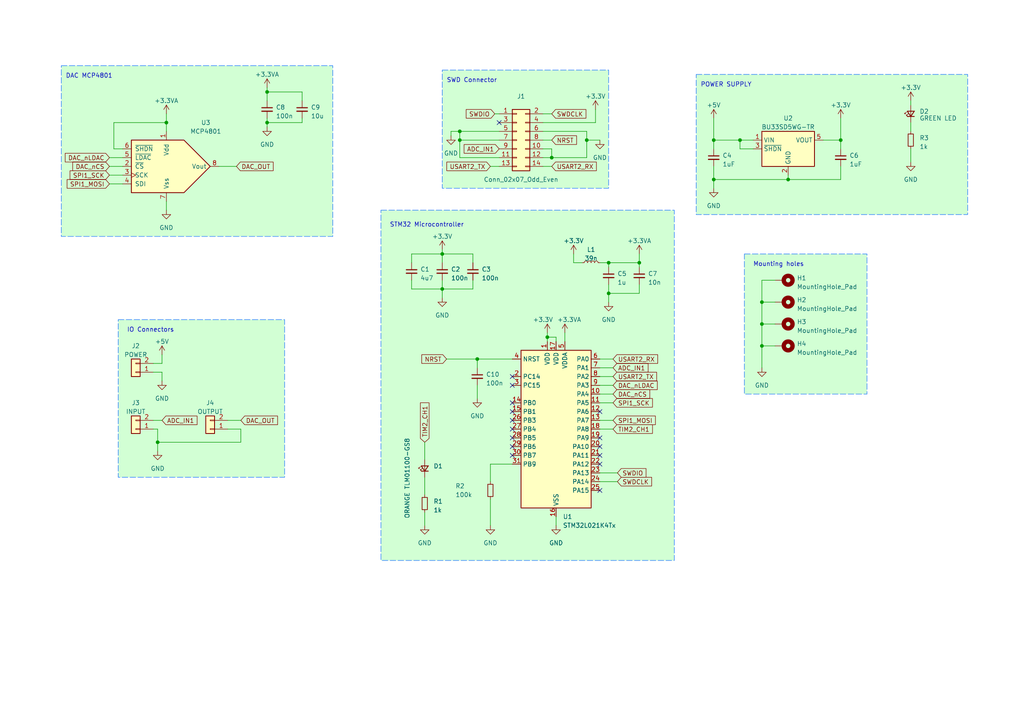
<source format=kicad_sch>
(kicad_sch (version 20230121) (generator eeschema)
  (paper "A4")
  (lib_symbols
    (symbol "Analog_DAC:MCP4801" (pin_names (offset 1.016))
      (property "Reference" "U" (at 1.27 10.795 0))
      (property "Value" "MCP4801" (at 1.27 8.89 0))
      (symbol "MCP4801_0_0"
        (polyline (pts (xy 12.7 0) (xy 5.08 7.62) (xy -10.16 7.62) (xy -10.16 -7.62) (xy 5.08 -7.62) (xy 12.7 0)) (stroke (width 0.254)) (fill (type background)))
      )
      (symbol "MCP4801_1_1"
        (pin power_in line (at 0 10.16 270) (length 2.54) (name "Vdd") (number "1"))
        (pin input line (at -12.7 0 0) (length 2.54) (name "~{CS}") (number "2"))
        (pin input clock (at -12.7 -2.54 0) (length 2.54) (name "SCK") (number "3"))
        (pin input line (at -12.7 -5.08 0) (length 2.54) (name "SDI") (number "4"))
        (pin input line (at -12.7 2.54 0) (length 2.54) (name "~{LDAC}") (number "5"))
        (pin input line (at -12.7 5.08 0) (length 2.54) (name "~{SHDN}") (number "6"))
        (pin power_in line (at 0 -10.16 90) (length 2.54) (name "Vss") (number "7"))
        (pin output line (at 15.24 0 180) (length 2.54) (name "Vout") (number "8"))
      )
    )
    (symbol "Connector_Generic:Conn_01x02" (pin_names (offset 1.016) hide)
      (property "Reference" "J" (at 0 2.54 0))
      (property "Value" "Conn_01x02" (at 0 -5.08 0))
      (symbol "Conn_01x02_1_1"
        (rectangle (start -1.27 -2.413) (end 0 -2.667) (stroke (width 0.1524)))
        (rectangle (start -1.27 0.127) (end 0 -0.127) (stroke (width 0.1524)))
        (rectangle (start -1.27 1.27) (end 1.27 -3.81) (stroke (width 0.254)) (fill (type background)))
        (pin passive line (at -5.08 0 0) (length 3.81) (name "Pin_1") (number "1"))
        (pin passive line (at -5.08 -2.54 0) (length 3.81) (name "Pin_2") (number "2"))
      )
    )
    (symbol "Connector_Generic:Conn_02x07_Odd_Even" (pin_names (offset 1.016) hide)
      (property "Reference" "J" (at 1.27 10.16 0))
      (property "Value" "Conn_02x07_Odd_Even" (at 1.27 -10.16 0))
      (symbol "Conn_02x07_Odd_Even_1_1"
        (rectangle (start -1.27 -7.493) (end 0 -7.747) (stroke (width 0.1524)))
        (rectangle (start -1.27 -4.953) (end 0 -5.207) (stroke (width 0.1524)))
        (rectangle (start -1.27 -2.413) (end 0 -2.667) (stroke (width 0.1524)))
        (rectangle (start -1.27 0.127) (end 0 -0.127) (stroke (width 0.1524)))
        (rectangle (start -1.27 2.667) (end 0 2.413) (stroke (width 0.1524)))
        (rectangle (start -1.27 5.207) (end 0 4.953) (stroke (width 0.1524)))
        (rectangle (start -1.27 7.747) (end 0 7.493) (stroke (width 0.1524)))
        (rectangle (start -1.27 8.89) (end 3.81 -8.89) (stroke (width 0.254)) (fill (type background)))
        (rectangle (start 3.81 -7.493) (end 2.54 -7.747) (stroke (width 0.1524)))
        (rectangle (start 3.81 -4.953) (end 2.54 -5.207) (stroke (width 0.1524)))
        (rectangle (start 3.81 -2.413) (end 2.54 -2.667) (stroke (width 0.1524)))
        (rectangle (start 3.81 0.127) (end 2.54 -0.127) (stroke (width 0.1524)))
        (rectangle (start 3.81 2.667) (end 2.54 2.413) (stroke (width 0.1524)))
        (rectangle (start 3.81 5.207) (end 2.54 4.953) (stroke (width 0.1524)))
        (rectangle (start 3.81 7.747) (end 2.54 7.493) (stroke (width 0.1524)))
        (pin passive line (at -5.08 7.62 0) (length 3.81) (name "Pin_1") (number "1"))
        (pin passive line (at 7.62 -2.54 180) (length 3.81) (name "Pin_10") (number "10"))
        (pin passive line (at -5.08 -5.08 0) (length 3.81) (name "Pin_11") (number "11"))
        (pin passive line (at 7.62 -5.08 180) (length 3.81) (name "Pin_12") (number "12"))
        (pin passive line (at -5.08 -7.62 0) (length 3.81) (name "Pin_13") (number "13"))
        (pin passive line (at 7.62 -7.62 180) (length 3.81) (name "Pin_14") (number "14"))
        (pin passive line (at 7.62 7.62 180) (length 3.81) (name "Pin_2") (number "2"))
        (pin passive line (at -5.08 5.08 0) (length 3.81) (name "Pin_3") (number "3"))
        (pin passive line (at 7.62 5.08 180) (length 3.81) (name "Pin_4") (number "4"))
        (pin passive line (at -5.08 2.54 0) (length 3.81) (name "Pin_5") (number "5"))
        (pin passive line (at 7.62 2.54 180) (length 3.81) (name "Pin_6") (number "6"))
        (pin passive line (at -5.08 0 0) (length 3.81) (name "Pin_7") (number "7"))
        (pin passive line (at 7.62 0 180) (length 3.81) (name "Pin_8") (number "8"))
        (pin passive line (at -5.08 -2.54 0) (length 3.81) (name "Pin_9") (number "9"))
      )
    )
    (symbol "Device:C_Small" (pin_numbers hide) (pin_names (offset 0.254) hide)
      (property "Reference" "C" (at 0.254 1.778 0))
      (property "Value" "C_Small" (at 0.254 -2.032 0))
      (symbol "C_Small_0_1"
        (polyline (pts (xy -1.524 -0.508) (xy 1.524 -0.508)) (stroke (width 0.3302)))
        (polyline (pts (xy -1.524 0.508) (xy 1.524 0.508)) (stroke (width 0.3048)))
      )
      (symbol "C_Small_1_1"
        (pin passive line (at 0 2.54 270) (length 2.032) (name "~") (number "1"))
        (pin passive line (at 0 -2.54 90) (length 2.032) (name "~") (number "2"))
      )
    )
    (symbol "Device:LED_Small" (pin_numbers hide) (pin_names (offset 0.254) hide)
      (property "Reference" "D" (at -1.27 3.175 0))
      (property "Value" "LED_Small" (at -4.445 -2.54 0))
      (symbol "LED_Small_0_1"
        (polyline (pts (xy -0.762 -1.016) (xy -0.762 1.016)) (stroke (width 0.254)))
        (polyline (pts (xy 1.016 0) (xy -0.762 0)))
        (polyline (pts (xy 0.762 -1.016) (xy -0.762 0) (xy 0.762 1.016) (xy 0.762 -1.016)) (stroke (width 0.254)))
        (polyline (pts (xy 0 0.762) (xy -0.508 1.27) (xy -0.254 1.27) (xy -0.508 1.27) (xy -0.508 1.016)))
        (polyline (pts (xy 0.508 1.27) (xy 0 1.778) (xy 0.254 1.778) (xy 0 1.778) (xy 0 1.524)))
      )
      (symbol "LED_Small_1_1"
        (pin passive line (at -2.54 0 0) (length 1.778) (name "K") (number "1"))
        (pin passive line (at 2.54 0 180) (length 1.778) (name "A") (number "2"))
      )
    )
    (symbol "Device:L_Small" (pin_numbers hide) (pin_names (offset 0.254) hide)
      (property "Reference" "L" (at 0.762 1.016 0))
      (property "Value" "L_Small" (at 0.762 -1.016 0))
      (symbol "L_Small_0_1"
        (arc (start 0 -2.032) (mid 0.5058 -1.524) (end 0 -1.016))
        (arc (start 0 -1.016) (mid 0.5058 -0.508) (end 0 0))
        (arc (start 0 0) (mid 0.5058 0.508) (end 0 1.016))
        (arc (start 0 1.016) (mid 0.5058 1.524) (end 0 2.032))
      )
      (symbol "L_Small_1_1"
        (pin passive line (at 0 2.54 270) (length 0.508) (name "~") (number "1"))
        (pin passive line (at 0 -2.54 90) (length 0.508) (name "~") (number "2"))
      )
    )
    (symbol "Device:R_Small" (pin_numbers hide) (pin_names (offset 0.254) hide)
      (property "Reference" "R" (at 0.762 0.508 0))
      (property "Value" "R_Small" (at 0.762 -1.016 0))
      (symbol "R_Small_0_1"
        (rectangle (start -0.762 1.778) (end 0.762 -1.778) (stroke (width 0.2032)))
      )
      (symbol "R_Small_1_1"
        (pin passive line (at 0 2.54 270) (length 0.762) (name "~") (number "1"))
        (pin passive line (at 0 -2.54 90) (length 0.762) (name "~") (number "2"))
      )
    )
    (symbol "MCU_ST_STM32L0:STM32L021K4Tx"
      (property "Reference" "U" (at -10.16 24.13 0))
      (property "Value" "STM32L021K4Tx" (at 5.08 24.13 0))
      (symbol "STM32L021K4Tx_0_1"
        (rectangle (start -10.16 -22.86) (end 10.16 22.86) (stroke (width 0.254)) (fill (type background)))
      )
      (symbol "STM32L021K4Tx_1_1"
        (pin power_in line (at -2.54 25.4 270) (length 2.54) (name "VDD") (number "1"))
        (pin bidirectional line (at 12.7 10.16 180) (length 2.54) (name "PA4") (number "10"))
        (pin bidirectional line (at 12.7 7.62 180) (length 2.54) (name "PA5") (number "11"))
        (pin bidirectional line (at 12.7 5.08 180) (length 2.54) (name "PA6") (number "12"))
        (pin bidirectional line (at 12.7 2.54 180) (length 2.54) (name "PA7") (number "13"))
        (pin bidirectional line (at -12.7 7.62 0) (length 2.54) (name "PB0") (number "14"))
        (pin bidirectional line (at -12.7 5.08 0) (length 2.54) (name "PB1") (number "15"))
        (pin power_in line (at 0 -25.4 90) (length 2.54) (name "VSS") (number "16"))
        (pin power_in line (at 0 25.4 270) (length 2.54) (name "VDD") (number "17"))
        (pin bidirectional line (at 12.7 0 180) (length 2.54) (name "PA8") (number "18"))
        (pin bidirectional line (at 12.7 -2.54 180) (length 2.54) (name "PA9") (number "19"))
        (pin bidirectional line (at -12.7 15.24 0) (length 2.54) (name "PC14") (number "2"))
        (pin bidirectional line (at 12.7 -5.08 180) (length 2.54) (name "PA10") (number "20"))
        (pin bidirectional line (at 12.7 -7.62 180) (length 2.54) (name "PA11") (number "21"))
        (pin bidirectional line (at 12.7 -10.16 180) (length 2.54) (name "PA12") (number "22"))
        (pin bidirectional line (at 12.7 -12.7 180) (length 2.54) (name "PA13") (number "23"))
        (pin bidirectional line (at 12.7 -15.24 180) (length 2.54) (name "PA14") (number "24"))
        (pin bidirectional line (at 12.7 -17.78 180) (length 2.54) (name "PA15") (number "25"))
        (pin bidirectional line (at -12.7 2.54 0) (length 2.54) (name "PB3") (number "26"))
        (pin bidirectional line (at -12.7 0 0) (length 2.54) (name "PB4") (number "27"))
        (pin bidirectional line (at -12.7 -2.54 0) (length 2.54) (name "PB5") (number "28"))
        (pin bidirectional line (at -12.7 -5.08 0) (length 2.54) (name "PB6") (number "29"))
        (pin bidirectional line (at -12.7 12.7 0) (length 2.54) (name "PC15") (number "3"))
        (pin bidirectional line (at -12.7 -7.62 0) (length 2.54) (name "PB7") (number "30"))
        (pin bidirectional line (at -12.7 -10.16 0) (length 2.54) (name "PB9") (number "31"))
        (pin passive line (at 0 -25.4 90) (length 2.54) hide (name "VSS") (number "32"))
        (pin input line (at -12.7 20.32 0) (length 2.54) (name "NRST") (number "4"))
        (pin power_in line (at 2.54 25.4 270) (length 2.54) (name "VDDA") (number "5"))
        (pin bidirectional line (at 12.7 20.32 180) (length 2.54) (name "PA0") (number "6"))
        (pin bidirectional line (at 12.7 17.78 180) (length 2.54) (name "PA1") (number "7"))
        (pin bidirectional line (at 12.7 15.24 180) (length 2.54) (name "PA2") (number "8"))
        (pin bidirectional line (at 12.7 12.7 180) (length 2.54) (name "PA3") (number "9"))
      )
    )
    (symbol "Mechanical:MountingHole_Pad" (pin_numbers hide) (pin_names (offset 1.016) hide)
      (property "Reference" "H" (at 0 6.35 0))
      (property "Value" "MountingHole_Pad" (at 0 4.445 0))
      (symbol "MountingHole_Pad_0_1"
        (circle (center 0 1.27) (radius 1.27) (stroke (width 1.27)))
      )
      (symbol "MountingHole_Pad_1_1"
        (pin input line (at 0 -2.54 90) (length 2.54) (name "1") (number "1"))
      )
    )
    (symbol "Regulator_Linear:MCP1802x-xx02xOT"
      (property "Reference" "U" (at -6.35 6.35 0))
      (property "Value" "MCP1802x-xx02xOT" (at 0 6.35 0))
      (symbol "MCP1802x-xx02xOT_0_1"
        (rectangle (start -7.62 5.08) (end 7.62 -5.08) (stroke (width 0.254)) (fill (type background)))
      )
      (symbol "MCP1802x-xx02xOT_1_1"
        (pin power_in line (at -10.16 2.54 0) (length 2.54) (name "VIN") (number "1"))
        (pin power_in line (at 0 -7.62 90) (length 2.54) (name "GND") (number "2"))
        (pin input line (at -10.16 0 0) (length 2.54) (name "~{SHDN}") (number "3"))
        (pin no_connect line (at 7.62 0 180) (length 2.54) hide (name "NC") (number "4"))
        (pin power_out line (at 10.16 2.54 180) (length 2.54) (name "VOUT") (number "5"))
      )
    )
    (symbol "power:+3.3V" (power) (pin_names (offset 0))
      (property "Value" "+3.3V" (at 0 3.556 0))
      (symbol "+3.3V_0_1"
        (polyline (pts (xy -0.762 1.27) (xy 0 2.54)))
        (polyline (pts (xy 0 0) (xy 0 2.54)))
        (polyline (pts (xy 0 2.54) (xy 0.762 1.27)))
      )
      (symbol "+3.3V_1_1"
        (pin power_in line (at 0 0 90) (length 0) hide (name "+3.3V") (number "1"))
      )
    )
    (symbol "power:+3.3VA" (power) (pin_names (offset 0))
      (property "Value" "+3.3VA" (at 0 3.556 0))
      (symbol "+3.3VA_0_1"
        (polyline (pts (xy -0.762 1.27) (xy 0 2.54)))
        (polyline (pts (xy 0 0) (xy 0 2.54)))
        (polyline (pts (xy 0 2.54) (xy 0.762 1.27)))
      )
      (symbol "+3.3VA_1_1"
        (pin power_in line (at 0 0 90) (length 0) hide (name "+3.3VA") (number "1"))
      )
    )
    (symbol "power:+5V" (power) (pin_names (offset 0))
      (property "Value" "+5V" (at 0 3.556 0))
      (symbol "+5V_0_1"
        (polyline (pts (xy -0.762 1.27) (xy 0 2.54)))
        (polyline (pts (xy 0 0) (xy 0 2.54)))
        (polyline (pts (xy 0 2.54) (xy 0.762 1.27)))
      )
      (symbol "+5V_1_1"
        (pin power_in line (at 0 0 90) (length 0) hide (name "+5V") (number "1"))
      )
    )
    (symbol "power:GND" (power) (pin_names (offset 0))
      (property "Value" "GND" (at 0 -3.81 0))
      (symbol "GND_0_1"
        (polyline (pts (xy 0 0) (xy 0 -1.27) (xy 1.27 -1.27) (xy 0 -2.54) (xy -1.27 -1.27) (xy 0 -1.27)))
      )
      (symbol "GND_1_1"
        (pin power_in line (at 0 0 270) (length 0) hide (name "GND") (number "1"))
      )
    )
  )
  (junction (at 185.42 76.2))
  (junction (at 45.72 128.27))
  (junction (at 133.35 38.1))
  (junction (at 138.43 104.14))
  (junction (at 220.98 87.63))
  (junction (at 207.01 40.64))
  (junction (at 77.47 35.56))
  (junction (at 128.27 83.82))
  (junction (at 220.98 93.98))
  (junction (at 48.26 35.56))
  (junction (at 128.27 73.66))
  (junction (at 207.01 52.07))
  (junction (at 214.63 40.64))
  (junction (at 160.02 45.72))
  (junction (at 133.35 40.64))
  (junction (at 158.75 97.79))
  (junction (at 228.6 52.07))
  (junction (at 176.53 76.2))
  (junction (at 176.53 85.09))
  (junction (at 170.18 40.64))
  (junction (at 77.47 26.67))
  (junction (at 220.98 100.33))
  (junction (at 243.84 40.64))
  (no_connect (at 148.59 109.22))
  (no_connect (at 148.59 129.54))
  (no_connect (at 148.59 119.38))
  (no_connect (at 173.99 129.54))
  (no_connect (at 144.78 35.56))
  (no_connect (at 173.99 132.08))
  (no_connect (at 173.99 127))
  (no_connect (at 148.59 127))
  (no_connect (at 148.59 124.46))
  (no_connect (at 173.99 119.38))
  (no_connect (at 148.59 111.76))
  (no_connect (at 148.59 121.92))
  (no_connect (at 173.99 134.62))
  (no_connect (at 173.99 142.24))
  (no_connect (at 148.59 132.08))
  (no_connect (at 148.59 116.84))
  (wire (pts (xy 220.98 100.33) (xy 220.98 106.68)))
  (wire (pts (xy 119.38 83.82) (xy 128.27 83.82)))
  (wire (pts (xy 138.43 104.14) (xy 138.43 106.68)))
  (wire (pts (xy 220.98 87.63) (xy 224.79 87.63)))
  (wire (pts (xy 133.35 40.64) (xy 144.78 40.64)))
  (wire (pts (xy 176.53 76.2) (xy 176.53 77.47)))
  (wire (pts (xy 128.27 73.66) (xy 128.27 76.2)))
  (wire (pts (xy 44.45 105.41) (xy 46.99 105.41)))
  (wire (pts (xy 157.48 38.1) (xy 170.18 38.1)))
  (wire (pts (xy 170.18 45.72) (xy 170.18 40.64)))
  (wire (pts (xy 87.63 29.21) (xy 87.63 26.67)))
  (wire (pts (xy 264.16 43.18) (xy 264.16 46.99)))
  (wire (pts (xy 168.91 76.2) (xy 166.37 76.2)))
  (wire (pts (xy 35.56 43.18) (xy 33.02 43.18)))
  (wire (pts (xy 160.02 43.18) (xy 160.02 45.72)))
  (wire (pts (xy 128.27 83.82) (xy 128.27 86.36)))
  (wire (pts (xy 173.99 116.84) (xy 177.8 116.84)))
  (wire (pts (xy 173.99 104.14) (xy 177.8 104.14)))
  (wire (pts (xy 243.84 34.29) (xy 243.84 40.64)))
  (wire (pts (xy 185.42 76.2) (xy 185.42 77.47)))
  (wire (pts (xy 69.85 124.46) (xy 66.04 124.46)))
  (wire (pts (xy 44.45 124.46) (xy 45.72 124.46)))
  (wire (pts (xy 138.43 104.14) (xy 148.59 104.14)))
  (wire (pts (xy 220.98 93.98) (xy 224.79 93.98)))
  (wire (pts (xy 173.99 114.3) (xy 177.8 114.3)))
  (wire (pts (xy 87.63 34.29) (xy 87.63 35.56)))
  (wire (pts (xy 157.48 48.26) (xy 160.02 48.26)))
  (wire (pts (xy 123.19 128.27) (xy 123.19 133.35)))
  (wire (pts (xy 133.35 38.1) (xy 133.35 40.64)))
  (wire (pts (xy 224.79 81.28) (xy 220.98 81.28)))
  (wire (pts (xy 45.72 124.46) (xy 45.72 128.27)))
  (wire (pts (xy 44.45 121.92) (xy 46.99 121.92)))
  (wire (pts (xy 157.48 40.64) (xy 160.02 40.64)))
  (wire (pts (xy 130.81 38.1) (xy 133.35 38.1)))
  (wire (pts (xy 158.75 96.52) (xy 158.75 97.79)))
  (wire (pts (xy 133.35 38.1) (xy 144.78 38.1)))
  (wire (pts (xy 264.16 29.21) (xy 264.16 30.48)))
  (wire (pts (xy 160.02 45.72) (xy 170.18 45.72)))
  (wire (pts (xy 173.99 137.16) (xy 179.07 137.16)))
  (wire (pts (xy 77.47 26.67) (xy 77.47 29.21)))
  (wire (pts (xy 220.98 87.63) (xy 220.98 93.98)))
  (wire (pts (xy 138.43 111.76) (xy 138.43 115.57)))
  (wire (pts (xy 264.16 35.56) (xy 264.16 38.1)))
  (wire (pts (xy 33.02 35.56) (xy 48.26 35.56)))
  (wire (pts (xy 173.99 109.22) (xy 177.8 109.22)))
  (wire (pts (xy 170.18 40.64) (xy 173.99 40.64)))
  (wire (pts (xy 119.38 76.2) (xy 119.38 73.66)))
  (wire (pts (xy 48.26 33.02) (xy 48.26 35.56)))
  (wire (pts (xy 133.35 45.72) (xy 133.35 40.64)))
  (wire (pts (xy 31.75 50.8) (xy 35.56 50.8)))
  (wire (pts (xy 143.51 33.02) (xy 144.78 33.02)))
  (wire (pts (xy 148.59 134.62) (xy 142.24 134.62)))
  (wire (pts (xy 238.76 40.64) (xy 243.84 40.64)))
  (wire (pts (xy 166.37 76.2) (xy 166.37 73.66)))
  (wire (pts (xy 142.24 134.62) (xy 142.24 139.7)))
  (wire (pts (xy 161.29 97.79) (xy 158.75 97.79)))
  (wire (pts (xy 172.72 31.75) (xy 172.72 35.56)))
  (wire (pts (xy 173.99 124.46) (xy 177.8 124.46)))
  (wire (pts (xy 77.47 26.67) (xy 87.63 26.67)))
  (wire (pts (xy 163.83 96.52) (xy 163.83 99.06)))
  (wire (pts (xy 176.53 85.09) (xy 185.42 85.09)))
  (wire (pts (xy 228.6 52.07) (xy 243.84 52.07)))
  (wire (pts (xy 144.78 45.72) (xy 133.35 45.72)))
  (wire (pts (xy 157.48 45.72) (xy 160.02 45.72)))
  (wire (pts (xy 176.53 82.55) (xy 176.53 85.09)))
  (wire (pts (xy 173.99 139.7) (xy 179.07 139.7)))
  (wire (pts (xy 207.01 34.29) (xy 207.01 40.64)))
  (wire (pts (xy 228.6 52.07) (xy 228.6 50.8)))
  (wire (pts (xy 173.99 111.76) (xy 177.8 111.76)))
  (wire (pts (xy 123.19 138.43) (xy 123.19 143.51)))
  (wire (pts (xy 220.98 93.98) (xy 220.98 100.33)))
  (wire (pts (xy 31.75 45.72) (xy 35.56 45.72)))
  (wire (pts (xy 119.38 81.28) (xy 119.38 83.82)))
  (wire (pts (xy 214.63 40.64) (xy 207.01 40.64)))
  (wire (pts (xy 243.84 40.64) (xy 243.84 43.18)))
  (wire (pts (xy 157.48 33.02) (xy 160.02 33.02)))
  (wire (pts (xy 130.81 39.37) (xy 130.81 38.1)))
  (wire (pts (xy 170.18 38.1) (xy 170.18 40.64)))
  (wire (pts (xy 243.84 48.26) (xy 243.84 52.07)))
  (wire (pts (xy 128.27 83.82) (xy 137.16 83.82)))
  (wire (pts (xy 77.47 35.56) (xy 77.47 36.83)))
  (wire (pts (xy 48.26 58.42) (xy 48.26 60.96)))
  (wire (pts (xy 66.04 121.92) (xy 69.85 121.92)))
  (wire (pts (xy 137.16 73.66) (xy 137.16 76.2)))
  (wire (pts (xy 185.42 73.66) (xy 185.42 76.2)))
  (wire (pts (xy 31.75 48.26) (xy 35.56 48.26)))
  (wire (pts (xy 207.01 40.64) (xy 207.01 43.18)))
  (wire (pts (xy 161.29 99.06) (xy 161.29 97.79)))
  (wire (pts (xy 161.29 149.86) (xy 161.29 152.4)))
  (wire (pts (xy 69.85 128.27) (xy 69.85 124.46)))
  (wire (pts (xy 77.47 34.29) (xy 77.47 35.56)))
  (wire (pts (xy 33.02 43.18) (xy 33.02 35.56)))
  (wire (pts (xy 220.98 100.33) (xy 224.79 100.33)))
  (wire (pts (xy 207.01 52.07) (xy 228.6 52.07)))
  (wire (pts (xy 44.45 107.95) (xy 46.99 107.95)))
  (wire (pts (xy 185.42 82.55) (xy 185.42 85.09)))
  (wire (pts (xy 173.99 121.92) (xy 177.8 121.92)))
  (wire (pts (xy 173.99 106.68) (xy 177.8 106.68)))
  (wire (pts (xy 176.53 85.09) (xy 176.53 87.63)))
  (wire (pts (xy 63.5 48.26) (xy 68.58 48.26)))
  (wire (pts (xy 142.24 144.78) (xy 142.24 152.4)))
  (wire (pts (xy 46.99 105.41) (xy 46.99 102.87)))
  (wire (pts (xy 158.75 97.79) (xy 158.75 99.06)))
  (wire (pts (xy 46.99 107.95) (xy 46.99 110.49)))
  (wire (pts (xy 173.99 76.2) (xy 176.53 76.2)))
  (wire (pts (xy 45.72 128.27) (xy 69.85 128.27)))
  (wire (pts (xy 218.44 40.64) (xy 214.63 40.64)))
  (wire (pts (xy 214.63 43.18) (xy 214.63 40.64)))
  (wire (pts (xy 129.54 104.14) (xy 138.43 104.14)))
  (wire (pts (xy 157.48 35.56) (xy 172.72 35.56)))
  (wire (pts (xy 142.24 48.26) (xy 144.78 48.26)))
  (wire (pts (xy 220.98 81.28) (xy 220.98 87.63)))
  (wire (pts (xy 87.63 35.56) (xy 77.47 35.56)))
  (wire (pts (xy 157.48 43.18) (xy 160.02 43.18)))
  (wire (pts (xy 128.27 72.39) (xy 128.27 73.66)))
  (wire (pts (xy 45.72 128.27) (xy 45.72 130.81)))
  (wire (pts (xy 77.47 25.4) (xy 77.47 26.67)))
  (wire (pts (xy 123.19 148.59) (xy 123.19 152.4)))
  (wire (pts (xy 48.26 35.56) (xy 48.26 38.1)))
  (wire (pts (xy 128.27 73.66) (xy 137.16 73.66)))
  (wire (pts (xy 31.75 53.34) (xy 35.56 53.34)))
  (wire (pts (xy 137.16 81.28) (xy 137.16 83.82)))
  (wire (pts (xy 207.01 54.61) (xy 207.01 52.07)))
  (wire (pts (xy 176.53 76.2) (xy 185.42 76.2)))
  (wire (pts (xy 128.27 81.28) (xy 128.27 83.82)))
  (wire (pts (xy 207.01 48.26) (xy 207.01 52.07)))
  (wire (pts (xy 218.44 43.18) (xy 214.63 43.18)))
  (wire (pts (xy 119.38 73.66) (xy 128.27 73.66)))
  (rectangle (start 215.9 73.66) (end 251.46 114.3) (stroke (width 0) (type dash) (color 27 116 255 1)) (fill (type color) (color 33 255 42 0.2)))
  (rectangle (start 34.29 92.71) (end 82.55 138.43) (stroke (width 0) (type dash) (color 27 116 255 1)) (fill (type color) (color 33 255 42 0.2)))
  (rectangle (start 201.93 21.59) (end 280.67 62.23) (stroke (width 0) (type dash) (color 27 116 255 1)) (fill (type color) (color 33 255 42 0.2)))
  (rectangle (start 128.27 20.32) (end 176.53 54.61) (stroke (width 0) (type dash) (color 27 116 255 1)) (fill (type color) (color 33 255 42 0.2)))
  (rectangle (start 110.49 60.96) (end 195.58 162.56) (stroke (width 0) (type dash) (color 27 116 255 1)) (fill (type color) (color 33 255 42 0.2)))
  (rectangle (start 17.78 19.05) (end 96.52 68.58) (stroke (width 0) (type dash) (color 27 116 255 1)) (fill (type color) (color 33 255 42 0.2)))
  (text "STM32 Microcontroller" (at 113.03 66.04 0) (effects (font (size 1.27 1.27)) (justify left bottom)))
  (text "Mounting holes" (at 218.44 77.47 0) (effects (font (size 1.27 1.27)) (justify left bottom)))
  (text "IO Connectors" (at 36.83 96.52 0) (effects (font (size 1.27 1.27)) (justify left bottom)))
  (text "DAC MCP4801" (at 19.05 22.86 0) (effects (font (size 1.27 1.27)) (justify left bottom)))
  (text "POWER SUPPLY" (at 203.2 25.4 0) (effects (font (size 1.27 1.27)) (justify left bottom)))
  (text "SWD Connector" (at 129.54 24.13 0) (effects (font (size 1.27 1.27)) (justify left bottom)))
  (global_label "SWDIO" (shape input) (at 143.51 33.02 180) (property "Intersheetrefs" "${INTERSHEET_REFS}" (effects hide)))
  (global_label "DAC_nLDAC" (shape input) (at 31.75 45.72 180) (property "Intersheetrefs" "${INTERSHEET_REFS}" (effects hide)))
  (global_label "SWDCLK" (shape input) (at 179.07 139.7 0) (property "Intersheetrefs" "${INTERSHEET_REFS}" (effects hide)))
  (global_label "DAC_OUT" (shape input) (at 69.85 121.92 0) (property "Intersheetrefs" "${INTERSHEET_REFS}" (effects hide)))
  (global_label "SPI1_SCK" (shape input) (at 31.75 50.8 180) (property "Intersheetrefs" "${INTERSHEET_REFS}" (effects hide)))
  (global_label "USART2_RX" (shape input) (at 177.8 104.14 0) (property "Intersheetrefs" "${INTERSHEET_REFS}" (effects hide)))
  (global_label "DAC_OUT" (shape input) (at 68.58 48.26 0) (property "Intersheetrefs" "${INTERSHEET_REFS}" (effects hide)))
  (global_label "SWDCLK" (shape input) (at 160.02 33.02 0) (property "Intersheetrefs" "${INTERSHEET_REFS}" (effects hide)))
  (global_label "SPI1_MOSI" (shape input) (at 177.8 121.92 0) (property "Intersheetrefs" "${INTERSHEET_REFS}" (effects hide)))
  (global_label "USART2_TX" (shape input) (at 177.8 109.22 0) (property "Intersheetrefs" "${INTERSHEET_REFS}" (effects hide)))
  (global_label "TIM2_CH1" (shape input) (at 123.19 128.27 90) (property "Intersheetrefs" "${INTERSHEET_REFS}" (effects hide)))
  (global_label "DAC_nCS" (shape input) (at 31.75 48.26 180) (property "Intersheetrefs" "${INTERSHEET_REFS}" (effects hide)))
  (global_label "DAC_nCS" (shape input) (at 177.8 114.3 0) (property "Intersheetrefs" "${INTERSHEET_REFS}" (effects hide)))
  (global_label "DAC_nLDAC" (shape input) (at 177.8 111.76 0) (property "Intersheetrefs" "${INTERSHEET_REFS}" (effects hide)))
  (global_label "USART2_RX" (shape input) (at 160.02 48.26 0) (property "Intersheetrefs" "${INTERSHEET_REFS}" (effects hide)))
  (global_label "SPI1_MOSI" (shape input) (at 31.75 53.34 180) (property "Intersheetrefs" "${INTERSHEET_REFS}" (effects hide)))
  (global_label "ADC_IN1" (shape input) (at 46.99 121.92 0) (property "Intersheetrefs" "${INTERSHEET_REFS}" (effects hide)))
  (global_label "ADC_IN1" (shape input) (at 144.78 43.18 180) (property "Intersheetrefs" "${INTERSHEET_REFS}" (effects hide)))
  (global_label "TIM2_CH1" (shape input) (at 177.8 124.46 0) (property "Intersheetrefs" "${INTERSHEET_REFS}" (effects hide)))
  (global_label "SPI1_SCK" (shape input) (at 177.8 116.84 0) (property "Intersheetrefs" "${INTERSHEET_REFS}" (effects hide)))
  (global_label "USART2_TX" (shape input) (at 142.24 48.26 180) (property "Intersheetrefs" "${INTERSHEET_REFS}" (effects hide)))
  (global_label "NRST" (shape input) (at 129.54 104.14 180) (property "Intersheetrefs" "${INTERSHEET_REFS}" (effects hide)))
  (global_label "NRST" (shape input) (at 160.02 40.64 0) (property "Intersheetrefs" "${INTERSHEET_REFS}" (effects hide)))
  (global_label "ADC_IN1" (shape input) (at 177.8 106.68 0) (property "Intersheetrefs" "${INTERSHEET_REFS}" (effects hide)))
  (global_label "SWDIO" (shape input) (at 179.07 137.16 0) (property "Intersheetrefs" "${INTERSHEET_REFS}" (effects hide)))
  (symbol (lib_id "Connector_Generic:Conn_01x02") (at 39.37 107.95 180) (unit 1)
    (property "Reference" "J2" (at 39.37 100.33 0))
    (property "Value" "POWER" (at 39.37 102.87 0))
    (property "Footprint" "Connector_JST:JST_XH_B2B-XH-A_1x02_P2.50mm_Vertical" (effects hide))
  )
  (symbol (lib_id "Connector_Generic:Conn_01x02") (at 60.96 124.46 180) (unit 1)
    (property "Reference" "J4" (at 60.96 116.84 0))
    (property "Value" "OUTPUT" (at 60.96 119.38 0))
    (property "Footprint" "Connector_JST:JST_XH_B2B-XH-A_1x02_P2.50mm_Vertical" (effects hide))
  )
  (symbol (lib_id "Device:C_Small") (at 138.43 109.22 0) (unit 1)
    (property "Reference" "C10" (at 140.97 108.5913 0) (effects (justify left)))
    (property "Value" "100n" (at 140.97 111.1313 0) (effects (justify left)))
    (property "Footprint" "Capacitor_SMD:C_0805_2012Metric_Pad1.18x1.45mm_HandSolder" (effects hide))
  )
  (symbol (lib_id "power:GND") (at 128.27 86.36 0) (unit 1)
    (property "Reference" "#PWR05" (effects hide))
    (property "Value" "GND" (at 128.27 91.44 0))
  )
  (symbol (lib_id "Regulator_Linear:MCP1802x-xx02xOT") (at 228.6 43.18 0) (unit 1)
    (property "Reference" "U2" (at 228.6 34.29 0))
    (property "Value" "BU33SD5WG-TR" (at 228.6 36.83 0))
    (property "Footprint" "Package_TO_SOT_SMD:SOT-23-5" (effects hide))
    (property "Datasheet" "http://ww1.microchip.com/downloads/en/DeviceDoc/22053C.pdf" (effects hide))
  )
  (symbol (lib_id "Connector_Generic:Conn_01x02") (at 39.37 124.46 180) (unit 1)
    (property "Reference" "J3" (at 39.37 116.84 0))
    (property "Value" "INPUT" (at 39.37 119.38 0))
    (property "Footprint" "Connector_JST:JST_XH_B2B-XH-A_1x02_P2.50mm_Vertical" (effects hide))
  )
  (symbol (lib_id "power:GND") (at 46.99 110.49 0) (unit 1)
    (property "Reference" "#PWR024" (effects hide))
    (property "Value" "GND" (at 46.99 115.57 0))
  )
  (symbol (lib_id "power:GND") (at 173.99 40.64 0) (unit 1)
    (property "Reference" "#PWR022" (effects hide))
    (property "Value" "GND" (at 173.99 45.72 0))
  )
  (symbol (lib_id "Device:R_Small") (at 142.24 142.24 0) (unit 1)
    (property "Reference" "R2" (at 132.08 140.97 0) (effects (justify left)))
    (property "Value" "100k" (at 132.08 143.51 0) (effects (justify left)))
    (property "Footprint" "Resistor_SMD:R_0805_2012Metric_Pad1.20x1.40mm_HandSolder" (effects hide))
  )
  (symbol (lib_id "Connector_Generic:Conn_02x07_Odd_Even") (at 149.86 40.64 0) (unit 1)
    (property "Reference" "J1" (at 151.13 27.94 0))
    (property "Value" "Conn_02x07_Odd_Even" (at 151.13 52.07 0))
    (property "Footprint" "Connector_PinHeader_1.27mm:PinHeader_2x07_P1.27mm_Vertical_SMD" (effects hide))
  )
  (symbol (lib_id "power:+3.3VA") (at 77.47 25.4 0) (unit 1)
    (property "Reference" "#PWR020" (effects hide))
    (property "Value" "+3.3VA" (at 77.47 21.59 0))
  )
  (symbol (lib_id "Mechanical:MountingHole_Pad") (at 227.33 100.33 270) (unit 1)
    (property "Reference" "H4" (at 231.14 99.695 90) (effects (justify left)))
    (property "Value" "MountingHole_Pad" (at 231.14 102.235 90) (effects (justify left)))
    (property "Footprint" "MountingHole:MountingHole_3.2mm_M3_Pad" (effects hide))
  )
  (symbol (lib_id "power:+3.3V") (at 264.16 29.21 0) (unit 1)
    (property "Reference" "#PWR016" (effects hide))
    (property "Value" "+3.3V" (at 264.16 25.4 0))
  )
  (symbol (lib_id "power:+3.3V") (at 243.84 34.29 0) (unit 1)
    (property "Reference" "#PWR014" (effects hide))
    (property "Value" "+3.3V" (at 243.84 30.48 0))
  )
  (symbol (lib_id "Device:C_Small") (at 176.53 80.01 0) (unit 1)
    (property "Reference" "C5" (at 179.07 79.3813 0) (effects (justify left)))
    (property "Value" "1u" (at 179.07 81.9213 0) (effects (justify left)))
    (property "Footprint" "Capacitor_SMD:C_0805_2012Metric_Pad1.18x1.45mm_HandSolder" (effects hide))
  )
  (symbol (lib_id "power:GND") (at 48.26 60.96 0) (unit 1)
    (property "Reference" "#PWR018" (effects hide))
    (property "Value" "GND" (at 48.26 66.04 0))
  )
  (symbol (lib_id "Device:C_Small") (at 128.27 78.74 0) (unit 1)
    (property "Reference" "C2" (at 130.81 78.1113 0) (effects (justify left)))
    (property "Value" "100n	" (at 130.81 80.6513 0) (effects (justify left)))
    (property "Footprint" "Capacitor_SMD:C_0805_2012Metric_Pad1.18x1.45mm_HandSolder" (effects hide))
  )
  (symbol (lib_id "Device:L_Small") (at 171.45 76.2 90) (unit 1)
    (property "Reference" "L1" (at 171.45 72.39 90))
    (property "Value" "39n" (at 171.45 74.93 90))
    (property "Footprint" "Inductor_SMD:L_0805_2012Metric_Pad1.05x1.20mm_HandSolder" (effects hide))
  )
  (symbol (lib_id "power:+3.3V") (at 128.27 72.39 0) (unit 1)
    (property "Reference" "#PWR06" (effects hide))
    (property "Value" "+3.3V" (at 128.27 68.58 0))
  )
  (symbol (lib_id "power:+3.3V") (at 158.75 96.52 0) (unit 1)
    (property "Reference" "#PWR02" (effects hide))
    (property "Value" "+3.3V" (at 157.48 92.71 0))
  )
  (symbol (lib_id "Device:C_Small") (at 119.38 78.74 0) (unit 1)
    (property "Reference" "C1" (at 121.92 78.1113 0) (effects (justify left)))
    (property "Value" "4u7" (at 121.92 80.6513 0) (effects (justify left)))
    (property "Footprint" "Capacitor_SMD:C_0805_2012Metric_Pad1.18x1.45mm_HandSolder" (effects hide))
  )
  (symbol (lib_id "Device:C_Small") (at 243.84 45.72 0) (unit 1)
    (property "Reference" "C6" (at 246.38 45.0913 0) (effects (justify left)))
    (property "Value" "1uF" (at 246.38 47.6313 0) (effects (justify left)))
    (property "Footprint" "Capacitor_SMD:C_0805_2012Metric" (effects hide))
  )
  (symbol (lib_id "power:+3.3V") (at 172.72 31.75 0) (unit 1)
    (property "Reference" "#PWR027" (effects hide))
    (property "Value" "+3.3V" (at 172.72 27.94 0))
  )
  (symbol (lib_id "power:GND") (at 45.72 130.81 0) (unit 1)
    (property "Reference" "#PWR025" (effects hide))
    (property "Value" "GND" (at 45.72 135.89 0))
  )
  (symbol (lib_id "Device:C_Small") (at 207.01 45.72 0) (unit 1)
    (property "Reference" "C4" (at 209.55 45.0913 0) (effects (justify left)))
    (property "Value" "1uF" (at 209.55 47.6313 0) (effects (justify left)))
    (property "Footprint" "Capacitor_SMD:C_0805_2012Metric" (effects hide))
  )
  (symbol (lib_id "Device:LED_Small") (at 123.19 135.89 90) (unit 1)
    (property "Reference" "D1" (at 125.73 135.1915 90) (effects (justify right)))
    (property "Value" "ORANGE TLM01100-GS8" (at 118.11 127 0) (effects (justify right)))
    (property "Footprint" "LED_SMD:LED_0603_1608Metric_Pad1.05x0.95mm_HandSolder" (effects hide))
  )
  (symbol (lib_id "Mechanical:MountingHole_Pad") (at 227.33 81.28 270) (unit 1)
    (property "Reference" "H1" (at 231.14 80.645 90) (effects (justify left)))
    (property "Value" "MountingHole_Pad" (at 231.14 83.185 90) (effects (justify left)))
    (property "Footprint" "MountingHole:MountingHole_3.2mm_M3_Pad" (effects hide))
  )
  (symbol (lib_id "Mechanical:MountingHole_Pad") (at 227.33 93.98 270) (unit 1)
    (property "Reference" "H3" (at 231.14 93.345 90) (effects (justify left)))
    (property "Value" "MountingHole_Pad" (at 231.14 95.885 90) (effects (justify left)))
    (property "Footprint" "MountingHole:MountingHole_3.2mm_M3_Pad" (effects hide))
  )
  (symbol (lib_id "Analog_DAC:MCP4801") (at 48.26 48.26 0) (unit 1)
    (property "Reference" "U3" (at 59.69 35.56 0))
    (property "Value" "MCP4801" (at 59.69 38.1 0))
    (property "Footprint" "Package_SO:SOIC-8_3.9x4.9mm_P1.27mm" (effects hide))
    (property "Datasheet" "http://ww1.microchip.com/downloads/en/DeviceDoc/22244B.pdf" (effects hide))
  )
  (symbol (lib_id "Device:C_Small") (at 77.47 31.75 0) (unit 1)
    (property "Reference" "C8" (at 80.01 31.1213 0) (effects (justify left)))
    (property "Value" "100n" (at 80.01 33.6613 0) (effects (justify left)))
    (property "Footprint" "Capacitor_SMD:C_0805_2012Metric_Pad1.18x1.45mm_HandSolder" (effects hide))
  )
  (symbol (lib_id "power:GND") (at 264.16 46.99 0) (unit 1)
    (property "Reference" "#PWR015" (effects hide))
    (property "Value" "GND" (at 264.16 52.07 0))
  )
  (symbol (lib_id "power:GND") (at 207.01 54.61 0) (unit 1)
    (property "Reference" "#PWR012" (effects hide))
    (property "Value" "GND" (at 207.01 59.69 0))
  )
  (symbol (lib_id "Device:R_Small") (at 264.16 40.64 0) (unit 1)
    (property "Reference" "R3" (at 266.7 40.005 0) (effects (justify left)))
    (property "Value" "1k" (at 266.7 42.545 0) (effects (justify left)))
    (property "Footprint" "Resistor_SMD:R_0805_2012Metric_Pad1.20x1.40mm_HandSolder" (effects hide))
  )
  (symbol (lib_id "power:+3.3V") (at 166.37 73.66 0) (unit 1)
    (property "Reference" "#PWR07" (effects hide))
    (property "Value" "+3.3V" (at 166.37 69.85 0))
  )
  (symbol (lib_id "Device:C_Small") (at 185.42 80.01 0) (unit 1)
    (property "Reference" "C7" (at 187.96 79.3813 0) (effects (justify left)))
    (property "Value" "10n" (at 187.96 81.9213 0) (effects (justify left)))
    (property "Footprint" "Capacitor_SMD:C_0805_2012Metric_Pad1.18x1.45mm_HandSolder" (effects hide))
  )
  (symbol (lib_id "power:GND") (at 161.29 152.4 0) (unit 1)
    (property "Reference" "#PWR01" (effects hide))
    (property "Value" "GND" (at 161.29 157.48 0))
  )
  (symbol (lib_id "power:GND") (at 130.81 39.37 0) (unit 1)
    (property "Reference" "#PWR021" (effects hide))
    (property "Value" "GND" (at 130.81 44.45 0))
  )
  (symbol (lib_id "power:GND") (at 142.24 152.4 0) (unit 1)
    (property "Reference" "#PWR04" (effects hide))
    (property "Value" "GND" (at 142.24 157.48 0))
  )
  (symbol (lib_id "power:GND") (at 138.43 115.57 0) (unit 1)
    (property "Reference" "#PWR010" (effects hide))
    (property "Value" "GND" (at 138.43 120.65 0))
  )
  (symbol (lib_id "power:+5V") (at 46.99 102.87 0) (unit 1)
    (property "Reference" "#PWR023" (effects hide))
    (property "Value" "+5V" (at 46.99 99.06 0))
  )
  (symbol (lib_id "Device:C_Small") (at 137.16 78.74 0) (unit 1)
    (property "Reference" "C3" (at 139.7 78.1113 0) (effects (justify left)))
    (property "Value" "100n" (at 139.7 80.6513 0) (effects (justify left)))
    (property "Footprint" "Capacitor_SMD:C_0805_2012Metric_Pad1.18x1.45mm_HandSolder" (effects hide))
  )
  (symbol (lib_id "power:GND") (at 123.19 152.4 0) (unit 1)
    (property "Reference" "#PWR011" (effects hide))
    (property "Value" "GND" (at 123.19 157.48 0))
  )
  (symbol (lib_id "Device:R_Small") (at 123.19 146.05 0) (unit 1)
    (property "Reference" "R1" (at 125.73 145.415 0) (effects (justify left)))
    (property "Value" "1k" (at 125.73 147.955 0) (effects (justify left)))
    (property "Footprint" "Resistor_SMD:R_0805_2012Metric_Pad1.20x1.40mm_HandSolder" (effects hide))
  )
  (symbol (lib_id "power:+3.3VA") (at 185.42 73.66 0) (unit 1)
    (property "Reference" "#PWR09" (effects hide))
    (property "Value" "+3.3VA" (at 185.42 69.85 0))
  )
  (symbol (lib_id "power:GND") (at 176.53 87.63 0) (unit 1)
    (property "Reference" "#PWR08" (effects hide))
    (property "Value" "GND" (at 176.53 92.71 0))
  )
  (symbol (lib_id "power:GND") (at 220.98 106.68 0) (unit 1)
    (property "Reference" "#PWR026" (effects hide))
    (property "Value" "GND" (at 220.98 111.76 0))
  )
  (symbol (lib_id "power:+5V") (at 207.01 34.29 0) (unit 1)
    (property "Reference" "#PWR013" (effects hide))
    (property "Value" "+5V" (at 207.01 30.48 0))
  )
  (symbol (lib_id "power:+3.3VA") (at 163.83 96.52 0) (unit 1)
    (property "Reference" "#PWR03" (effects hide))
    (property "Value" "+3.3VA" (at 165.1 92.71 0))
  )
  (symbol (lib_id "Device:C_Small") (at 87.63 31.75 0) (unit 1)
    (property "Reference" "C9" (at 90.17 31.1213 0) (effects (justify left)))
    (property "Value" "10u" (at 90.17 33.6613 0) (effects (justify left)))
    (property "Footprint" "Capacitor_SMD:C_0805_2012Metric" (effects hide))
  )
  (symbol (lib_id "Mechanical:MountingHole_Pad") (at 227.33 87.63 270) (unit 1)
    (property "Reference" "H2" (at 231.14 86.995 90) (effects (justify left)))
    (property "Value" "MountingHole_Pad" (at 231.14 89.535 90) (effects (justify left)))
    (property "Footprint" "MountingHole:MountingHole_3.2mm_M3_Pad" (effects hide))
  )
  (symbol (lib_id "power:+3.3VA") (at 48.26 33.02 0) (unit 1)
    (property "Reference" "#PWR017" (effects hide))
    (property "Value" "+3.3VA" (at 48.26 29.21 0))
  )
  (symbol (lib_id "Device:LED_Small") (at 264.16 33.02 90) (unit 1)
    (property "Reference" "D2" (at 266.7 32.3215 90) (effects (justify right)))
    (property "Value" "GREEN LED" (at 266.7 34.29 90) (effects (justify right)))
    (property "Footprint" "LED_SMD:LED_0603_1608Metric_Pad1.05x0.95mm_HandSolder" (effects hide))
  )
  (symbol (lib_id "power:GND") (at 77.47 36.83 0) (unit 1)
    (property "Reference" "#PWR019" (effects hide))
    (property "Value" "GND" (at 77.47 41.91 0))
  )
  (symbol (lib_id "MCU_ST_STM32L0:STM32L021K4Tx") (at 161.29 124.46 0) (unit 1)
    (property "Reference" "U1" (at 163.2459 149.86 0) (effects (justify left)))
    (property "Value" "STM32L021K4Tx" (at 163.2459 152.4 0) (effects (justify left)))
    (property "Footprint" "Package_QFP:LQFP-32_7x7mm_P0.8mm" (effects hide))
    (property "Datasheet" "https://www.st.com/resource/en/datasheet/stm32l021k4.pdf" (effects hide))
  )
)
</source>
